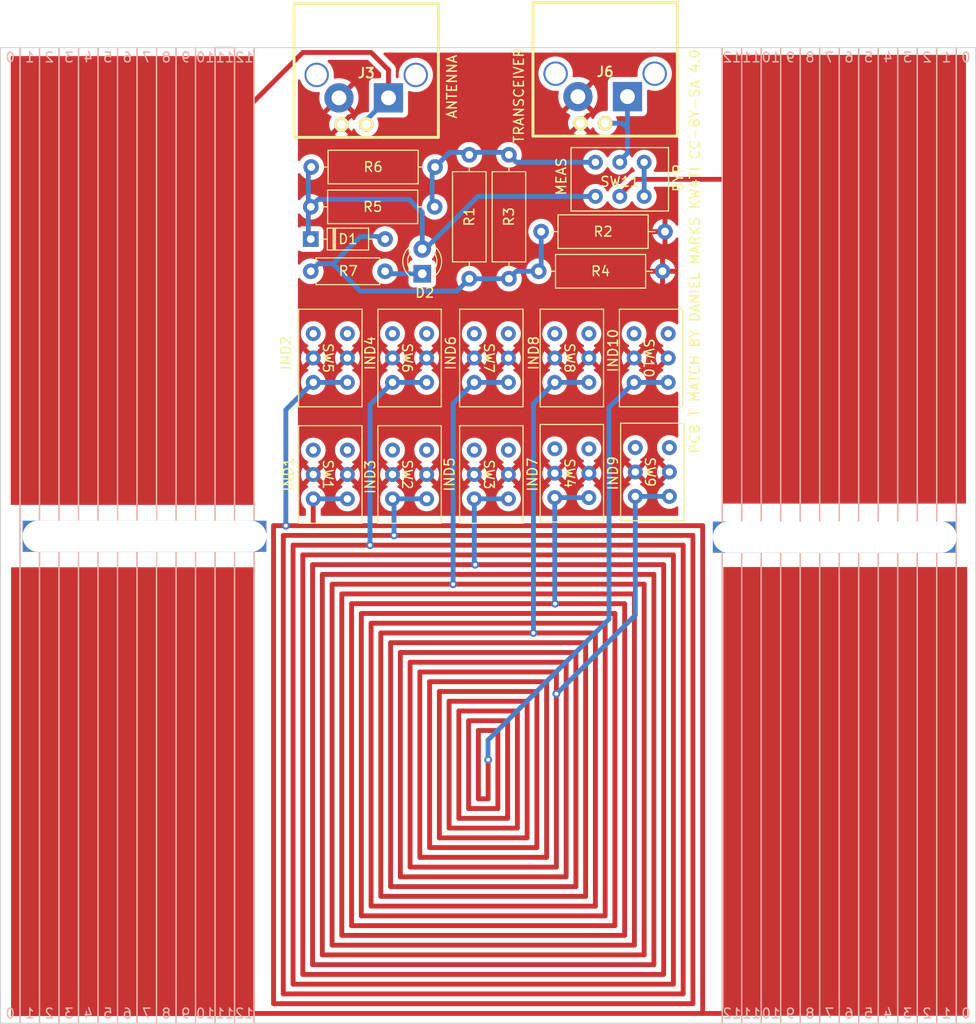
<source format=kicad_pcb>
(kicad_pcb (version 20211014) (generator pcbnew)
  (layers (0 "F.Cu" signal) (31 "B.Cu" signal) (34 "B.Paste" user) (35 "F.Paste" user) (36 "B.SilkS" user "B.Silkscreen") (37 "F.SilkS" user "F.Silkscreen") (38 "B.Mask" user) (39 "F.Mask" user) (44 "Edge.Cuts" user))
  (net 0 "")
  (net 1 "Net-(J3-Pad1)")
  (net 2 "GND")
  (net 3 "Net-(J5-Pad1)")
  (net 4 "Net-(J6-Pad1)")
  (net 5 "Net-(R1-Pad2)")
  (net 6 "Net-(D2-Pad1)")
  (net 7 "Net-(R1-Pad1)")
  (net 8 "Net-(D2-Pad2)")
  (net 9 "Net-(SW11-Pad3)")
  (net 10 "Net-(J1-Pad1)")
  (footprint "Resistor_THT:R_Axial_DIN0309_L9.0mm_D3.2mm_P12.70mm_Horizontal" (layer "F.Cu") (at 75.438 38.862)
    (fp_text reference "R2" (at 6.35 0) (layer "F.SilkS"))
    (fp_text value "100R")
    (fp_line (start 10.97 -1.72) (end 1.73 -1.72) (layer "F.SilkS") (width 0.12))
    (fp_line (start 10.97 1.72) (end 10.97 -1.72) (layer "F.SilkS") (width 0.12))
    (fp_line (start 1.73 -1.72) (end 1.73 1.72) (layer "F.SilkS") (width 0.12))
    (fp_line (start 1.73 1.72) (end 10.97 1.72) (layer "F.SilkS") (width 0.12))
    (fp_line (start 11.66 0) (end 10.97 0) (layer "F.SilkS") (width 0.12))
    (fp_line (start 1.04 0) (end 1.73 0) (layer "F.SilkS") (width 0.12))
    (pad "1" thru_hole circle (at 0 0) (size 1.6 1.6) (drill 0.8) (layers *.Cu *.Mask) (net 5 "Net-(R1-Pad2)"))
    (pad "2" thru_hole oval (at 12.7 0) (size 1.6 1.6) (drill 0.8) (layers *.Cu *.Mask) (net 2 "GND"))
  )
  (footprint "Resistor_THT:R_Axial_DIN0309_L9.0mm_D3.2mm_P12.70mm_Horizontal" (layer "F.Cu") (at 68.072 30.988 -90)
    (fp_text reference "R1" (at 6.35 0 90) (layer "F.SilkS"))
    (fp_text value "100R")
    (fp_line (start 1.73 1.72) (end 10.97 1.72) (layer "F.SilkS") (width 0.12))
    (fp_line (start 10.97 1.72) (end 10.97 -1.72) (layer "F.SilkS") (width 0.12))
    (fp_line (start 11.66 0) (end 10.97 0) (layer "F.SilkS") (width 0.12))
    (fp_line (start 1.04 0) (end 1.73 0) (layer "F.SilkS") (width 0.12))
    (fp_line (start 10.97 -1.72) (end 1.73 -1.72) (layer "F.SilkS") (width 0.12))
    (fp_line (start 1.73 -1.72) (end 1.73 1.72) (layer "F.SilkS") (width 0.12))
    (pad "1" thru_hole circle (at 0 0 270) (size 1.6 1.6) (drill 0.8) (layers *.Cu *.Mask) (net 7 "Net-(R1-Pad1)"))
    (pad "2" thru_hole oval (at 12.7 0 270) (size 1.6 1.6) (drill 0.8) (layers *.Cu *.Mask) (net 5 "Net-(R1-Pad2)"))
  )
  (footprint "Resistor_THT:R_Axial_DIN0309_L9.0mm_D3.2mm_P12.70mm_Horizontal" (layer "F.Cu") (at 51.86 32.24)
    (fp_text reference "R6" (at 6.35 0) (layer "F.SilkS"))
    (fp_text value "100R")
    (fp_line (start 1.04 0) (end 1.73 0) (layer "F.SilkS") (width 0.12))
    (fp_line (start 10.97 1.72) (end 10.97 -1.72) (layer "F.SilkS") (width 0.12))
    (fp_line (start 1.73 1.72) (end 10.97 1.72) (layer "F.SilkS") (width 0.12))
    (fp_line (start 11.66 0) (end 10.97 0) (layer "F.SilkS") (width 0.12))
    (fp_line (start 1.73 -1.72) (end 1.73 1.72) (layer "F.SilkS") (width 0.12))
    (fp_line (start 10.97 -1.72) (end 1.73 -1.72) (layer "F.SilkS") (width 0.12))
    (pad "1" thru_hole circle (at 0 0) (size 1.6 1.6) (drill 0.8) (layers *.Cu *.Mask) (net 8 "Net-(D2-Pad2)"))
    (pad "2" thru_hole oval (at 12.7 0) (size 1.6 1.6) (drill 0.8) (layers *.Cu *.Mask) (net 7 "Net-(R1-Pad1)"))
  )
  (footprint "TMatchPCB:CapPlate" (layer "F.Cu") (at 106.5 43.74)
    (fp_text reference "J5" hide)
    (fp_text value "CapPlate")
    (pad "1" smd rect (at 0 0) (size 25 46) (layers "F.Cu") (net 3 "Net-(J5-Pad1)"))
  )
  (footprint "TMatchPCB:SS22NB" (layer "F.Cu") (at 68.58 63.754 -90)
    (fp_text reference "SW3" (at 0 -1.5 -90 unlocked) (layer "F.SilkS"))
    (fp_text value "SPST23" hide)
    (fp_line (start 5 1.5) (end -5 1.5) (layer "F.SilkS") (width 0.12))
    (fp_line (start -5 -5) (end 5 -5) (layer "F.SilkS") (width 0.12))
    (fp_line (start -5 1.5) (end -5 -5) (layer "F.SilkS") (width 0.12))
    (fp_line (start 5 -5) (end 5 1.5) (layer "F.SilkS") (width 0.12))
    (pad "1" thru_hole circle (at -2.5 0 270) (size 1.524 1.524) (drill 0.762) (layers *.Cu *.Mask))
    (pad "1" thru_hole circle (at -2.5 -3.5 270) (size 1.524 1.524) (drill 0.762) (layers *.Cu *.Mask))
    (pad "2" thru_hole circle (at 0 -3.5 270) (size 1.524 1.524) (drill 0.762) (layers *.Cu *.Mask) (net 2 "GND"))
    (pad "2" thru_hole circle (at 0 0 270) (size 1.524 1.524) (drill 0.762) (layers *.Cu *.Mask) (net 2 "GND"))
    (pad "3" thru_hole circle (at 2.5 0 270) (size 1.524 1.524) (drill 0.762) (layers *.Cu *.Mask) (net 10 "Net-(J1-Pad1)"))
    (pad "3" thru_hole circle (at 2.5 -3.5 270) (size 1.524 1.524) (drill 0.762) (layers *.Cu *.Mask) (net 10 "Net-(J1-Pad1)"))
  )
  (footprint "TMatchPCB:bnc_90_1-1337543-0_pad_combo" (layer "F.Cu") (at 57.5 15.5 180)
    (fp_text reference "J3" (at 0 -7.112) (layer "F.SilkS") (effects (font (thickness 0.2))))
    (fp_text value "BNC" hide)
    (fp_line (start 7.4 0) (end 7.4 -13.7) (layer "F.SilkS") (width 0.3))
    (fp_line (start -7.4 0) (end 7.4 0) (layer "F.SilkS") (width 0.3))
    (fp_line (start -7.4 -13.7) (end -7.4 0) (layer "F.SilkS") (width 0.3))
    (fp_line (start -7.4 -13.7) (end 7.4 -13.7) (layer "F.SilkS") (width 0.3))
    (pad "" thru_hole circle (at 5.08 -7.3 180) (size 2.5 2.5) (drill 2.1) (layers *.Cu *.Mask))
    (pad "" thru_hole circle (at -5.08 -7.3 180) (size 2.5 2.5) (drill 2.1) (layers *.Cu *.Mask))
    (pad "1" thru_hole circle (at 0 -12.38 180) (size 1.5 1.5) (drill 0.9) (layers *.Cu *.Mask "F.SilkS") (net 1 "Net-(J3-Pad1)"))
    (pad "1" thru_hole rect (at -2.286 -9.652 180) (size 3 3) (drill 1.52) (layers *.Cu *.Mask) (net 1 "Net-(J3-Pad1)"))
    (pad "2" thru_hole circle (at 2.794 -9.652 180) (size 3 3) (drill 1.52) (layers *.Cu *.Mask) (net 2 "GND"))
    (pad "2" thru_hole circle (at 2.54 -12.38 180) (size 1.5 1.5) (drill 0.9) (layers *.Cu *.Mask "F.SilkS") (net 2 "GND"))
  )
  (footprint "TMatchPCB:SS22" (layer "F.Cu") (at 83.5 35.25)
    (fp_text reference "SW11" (at 0 -1.5 unlocked) (layer "F.SilkS"))
    (fp_text value "SW_DPDT_x2" hide)
    (fp_line (start -5 -5) (end 5 -5) (layer "F.SilkS") (width 0.12))
    (fp_line (start 5 -5) (end 5 1.5) (layer "F.SilkS") (width 0.12))
    (fp_line (start -5 1.5) (end -5 -5) (layer "F.SilkS") (width 0.12))
    (fp_line (start 5 1.5) (end -5 1.5) (layer "F.SilkS") (width 0.12))
    (pad "1" thru_hole circle (at -2.5 0) (size 1.524 1.524) (drill 0.762) (layers *.Cu *.Mask) (net 8 "Net-(D2-Pad2)"))
    (pad "2" thru_hole circle (at 0 0) (size 1.524 1.524) (drill 0.762) (layers *.Cu *.Mask) (net 3 "Net-(J5-Pad1)"))
    (pad "3" thru_hole circle (at 2.5 0) (size 1.524 1.524) (drill 0.762) (layers *.Cu *.Mask) (net 9 "Net-(SW11-Pad3)"))
    (pad "4" thru_hole circle (at -2.5 -3.5) (size 1.524 1.524) (drill 0.762) (layers *.Cu *.Mask) (net 7 "Net-(R1-Pad1)"))
    (pad "5" thru_hole circle (at 0 -3.5) (size 1.524 1.524) (drill 0.762) (layers *.Cu *.Mask) (net 4 "Net-(J6-Pad1)"))
    (pad "6" thru_hole circle (at 2.5 -3.5) (size 1.524 1.524) (drill 0.762) (layers *.Cu *.Mask) (net 9 "Net-(SW11-Pad3)"))
  )
  (footprint "TMatchPCB:SS22NB" (layer "F.Cu") (at 84.963 51.816 -90)
    (fp_text reference "SW10" (at 0 -1.5 -90 unlocked) (layer "F.SilkS"))
    (fp_text value "SPST23" hide)
    (fp_line (start 5 -5) (end 5 1.5) (layer "F.SilkS") (width 0.12))
    (fp_line (start 5 1.5) (end -5 1.5) (layer "F.SilkS") (width 0.12))
    (fp_line (start -5 -5) (end 5 -5) (layer "F.SilkS") (width 0.12))
    (fp_line (start -5 1.5) (end -5 -5) (layer "F.SilkS") (width 0.12))
    (pad "1" thru_hole circle (at -2.5 0 270) (size 1.524 1.524) (drill 0.762) (layers *.Cu *.Mask))
    (pad "1" thru_hole circle (at -2.5 -3.5 270) (size 1.524 1.524) (drill 0.762) (layers *.Cu *.Mask))
    (pad "2" thru_hole circle (at 0 0 270) (size 1.524 1.524) (drill 0.762) (layers *.Cu *.Mask) (net 2 "GND"))
    (pad "2" thru_hole circle (at 0 -3.5 270) (size 1.524 1.524) (drill 0.762) (layers *.Cu *.Mask) (net 2 "GND"))
    (pad "3" thru_hole circle (at 2.5 -3.5 270) (size 1.524 1.524) (drill 0.762) (layers *.Cu *.Mask) (net 10 "Net-(J1-Pad1)"))
    (pad "3" thru_hole circle (at 2.5 0 270) (size 1.524 1.524) (drill 0.762) (layers *.Cu *.Mask) (net 10 "Net-(J1-Pad1)"))
  )
  (footprint "TMatchPCB:SS22NB" (layer "F.Cu") (at 76.835 51.816 -90)
    (fp_text reference "SW8" (at 0 -1.5 -90 unlocked) (layer "F.SilkS"))
    (fp_text value "SPST23" hide)
    (fp_line (start -5 -5) (end 5 -5) (layer "F.SilkS") (width 0.12))
    (fp_line (start -5 1.5) (end -5 -5) (layer "F.SilkS") (width 0.12))
    (fp_line (start 5 1.5) (end -5 1.5) (layer "F.SilkS") (width 0.12))
    (fp_line (start 5 -5) (end 5 1.5) (layer "F.SilkS") (width 0.12))
    (pad "1" thru_hole circle (at -2.5 -3.5 270) (size 1.524 1.524) (drill 0.762) (layers *.Cu *.Mask))
    (pad "1" thru_hole circle (at -2.5 0 270) (size 1.524 1.524) (drill 0.762) (layers *.Cu *.Mask))
    (pad "2" thru_hole circle (at 0 -3.5 270) (size 1.524 1.524) (drill 0.762) (layers *.Cu *.Mask) (net 2 "GND"))
    (pad "2" thru_hole circle (at 0 0 270) (size 1.524 1.524) (drill 0.762) (layers *.Cu *.Mask) (net 2 "GND"))
    (pad "3" thru_hole circle (at 2.5 0 270) (size 1.524 1.524) (drill 0.762) (layers *.Cu *.Mask) (net 10 "Net-(J1-Pad1)"))
    (pad "3" thru_hole circle (at 2.5 -3.5 270) (size 1.524 1.524) (drill 0.762) (layers *.Cu *.Mask) (net 10 "Net-(J1-Pad1)"))
  )
  (footprint "TMatchPCB:SS22NB" (layer "F.Cu") (at 60.198 63.754 -90)
    (fp_text reference "SW2" (at 0 -1.5 -90 unlocked) (layer "F.SilkS"))
    (fp_text value "SPST23" hide)
    (fp_line (start 5 -5) (end 5 1.5) (layer "F.SilkS") (width 0.12))
    (fp_line (start 5 1.5) (end -5 1.5) (layer "F.SilkS") (width 0.12))
    (fp_line (start -5 1.5) (end -5 -5) (layer "F.SilkS") (width 0.12))
    (fp_line (start -5 -5) (end 5 -5) (layer "F.SilkS") (width 0.12))
    (pad "1" thru_hole circle (at -2.5 0 270) (size 1.524 1.524) (drill 0.762) (layers *.Cu *.Mask))
    (pad "1" thru_hole circle (at -2.5 -3.5 270) (size 1.524 1.524) (drill 0.762) (layers *.Cu *.Mask))
    (pad "2" thru_hole circle (at 0 0 270) (size 1.524 1.524) (drill 0.762) (layers *.Cu *.Mask) (net 2 "GND"))
    (pad "2" thru_hole circle (at 0 -3.5 270) (size 1.524 1.524) (drill 0.762) (layers *.Cu *.Mask) (net 2 "GND"))
    (pad "3" thru_hole circle (at 2.5 0 270) (size 1.524 1.524) (drill 0.762) (layers *.Cu *.Mask) (net 10 "Net-(J1-Pad1)"))
    (pad "3" thru_hole circle (at 2.5 -3.5 270) (size 1.524 1.524) (drill 0.762) (layers *.Cu *.Mask) (net 10 "Net-(J1-Pad1)"))
  )
  (footprint "LED_THT:LED_D3.0mm" (layer "F.Cu") (at 63.246 43.18 90)
    (fp_text reference "D2" (at -1.945 0.26) (layer "F.SilkS"))
    (fp_text value "LED")
    (fp_line (start -0.29 -1.236) (end -0.29 -1.08) (layer "F.SilkS") (width 0.12))
    (fp_line (start -0.29 1.08) (end -0.29 1.236) (layer "F.SilkS") (width 0.12))
    (fp_arc (start 2.942335 1.078608) (mid 1.366487 1.987659) (end -0.29 1.235516) (layer "F.SilkS") (width 0.12))
    (fp_arc (start -0.29 -1.235516) (mid 1.366487 -1.987659) (end 2.942335 -1.078608) (layer "F.SilkS") (width 0.12))
    (fp_arc (start 0.229039 -1.08) (mid 1.270117 -1.5) (end 2.31113 -1.079837) (layer "F.SilkS") (width 0.12))
    (fp_arc (start 2.31113 1.079837) (mid 1.270117 1.5) (end 0.229039 1.08) (layer "F.SilkS") (width 0.12))
    (pad "1" thru_hole rect (at 0 0 90) (size 1.8 1.8) (drill 0.9) (layers *.Cu *.Mask) (net 6 "Net-(D2-Pad1)"))
    (pad "2" thru_hole circle (at 2.54 0 90) (size 1.8 1.8) (drill 0.9) (layers *.Cu *.Mask) (net 8 "Net-(D2-Pad2)"))
  )
  (footprint "TMatchPCB:SS22NB" (layer "F.Cu") (at 68.58 51.816 -90)
    (fp_text reference "SW7" (at 0 -1.5 -90 unlocked) (layer "F.SilkS"))
    (fp_text value "SPST23" hide)
    (fp_line (start 5 -5) (end 5 1.5) (layer "F.SilkS") (width 0.12))
    (fp_line (start 5 1.5) (end -5 1.5) (layer "F.SilkS") (width 0.12))
    (fp_line (start -5 -5) (end 5 -5) (layer "F.SilkS") (width 0.12))
    (fp_line (start -5 1.5) (end -5 -5) (layer "F.SilkS") (width 0.12))
    (pad "1" thru_hole circle (at -2.5 -3.5 270) (size 1.524 1.524) (drill 0.762) (layers *.Cu *.Mask))
    (pad "1" thru_hole circle (at -2.5 0 270) (size 1.524 1.524) (drill 0.762) (layers *.Cu *.Mask))
    (pad "2" thru_hole circle (at 0 -3.5 270) (size 1.524 1.524) (drill 0.762) (layers *.Cu *.Mask) (net 2 "GND"))
    (pad "2" thru_hole circle (at 0 0 270) (size 1.524 1.524) (drill 0.762) (layers *.Cu *.Mask) (net 2 "GND"))
    (pad "3" thru_hole circle (at 2.5 0 270) (size 1.524 1.524) (drill 0.762) (layers *.Cu *.Mask) (net 10 "Net-(J1-Pad1)"))
    (pad "3" thru_hole circle (at 2.5 -3.5 270) (size 1.524 1.524) (drill 0.762) (layers *.Cu *.Mask) (net 10 "Net-(J1-Pad1)"))
  )
  (footprint "TMatchPCB:SS22NB" (layer "F.Cu") (at 52.07 51.816 -90)
    (fp_text reference "SW5" (at 0 -1.5 -90 unlocked) (layer "F.SilkS"))
    (fp_text value "SPST23" hide)
    (fp_line (start -5 -5) (end 5 -5) (layer "F.SilkS") (width 0.12))
    (fp_line (start 5 -5) (end 5 1.5) (layer "F.SilkS") (width 0.12))
    (fp_line (start 5 1.5) (end -5 1.5) (layer "F.SilkS") (width 0.12))
    (fp_line (start -5 1.5) (end -5 -5) (layer "F.SilkS") (width 0.12))
    (pad "1" thru_hole circle (at -2.5 -3.5 270) (size 1.524 1.524) (drill 0.762) (layers *.Cu *.Mask))
    (pad "1" thru_hole circle (at -2.5 0 270) (size 1.524 1.524) (drill 0.762) (layers *.Cu *.Mask))
    (pad "2" thru_hole circle (at 0 -3.5 270) (size 1.524 1.524) (drill 0.762) (layers *.Cu *.Mask) (net 2 "GND"))
    (pad "2" thru_hole circle (at 0 0 270) (size 1.524 1.524) (drill 0.762) (layers *.Cu *.Mask) (net 2 "GND"))
    (pad "3" thru_hole circle (at 2.5 0 270) (size 1.524 1.524) (drill 0.762) (layers *.Cu *.Mask) (net 10 "Net-(J1-Pad1)"))
    (pad "3" thru_hole circle (at 2.5 -3.5 270) (size 1.524 1.524) (drill 0.762) (layers *.Cu *.Mask) (net 10 "Net-(J1-Pad1)"))
  )
  (footprint "TMatchPCB:CapPlate" (layer "F.Cu") (at 106.62 96.24)
    (fp_text reference "J2" hide)
    (fp_text value "CapPlate")
    (pad "1" smd rect (at 0 0) (size 25 46) (layers "F.Cu") (net 10 "Net-(J1-Pad1)"))
  )
  (footprint "Resistor_THT:R_Axial_DIN0309_L9.0mm_D3.2mm_P12.70mm_Horizontal" (layer "F.Cu") (at 51.816 36.322)
    (fp_text reference "R5" (at 6.35 0) (layer "F.SilkS"))
    (fp_text value "100R")
    (fp_line (start 11.66 0) (end 10.97 0) (layer "F.SilkS") (width 0.12))
    (fp_line (start 1.73 -1.72) (end 1.73 1.72) (layer "F.SilkS") (width 0.12))
    (fp_line (start 1.04 0) (end 1.73 0) (layer "F.SilkS") (width 0.12))
    (fp_line (start 1.73 1.72) (end 10.97 1.72) (layer "F.SilkS") (width 0.12))
    (fp_line (start 10.97 -1.72) (end 1.73 -1.72) (layer "F.SilkS") (width 0.12))
    (fp_line (start 10.97 1.72) (end 10.97 -1.72) (layer "F.SilkS") (width 0.12))
    (pad "1" thru_hole circle (at 0 0) (size 1.6 1.6) (drill 0.8) (layers *.Cu *.Mask) (net 8 "Net-(D2-Pad2)"))
    (pad "2" thru_hole oval (at 12.7 0) (size 1.6 1.6) (drill 0.8) (layers *.Cu *.Mask) (net 7 "Net-(R1-Pad1)"))
  )
  (footprint "Resistor_THT:R_Axial_DIN0309_L9.0mm_D3.2mm_P12.70mm_Horizontal" (layer "F.Cu") (at 75.184 42.926)
    (fp_text reference "R4" (at 6.35 0) (layer "F.SilkS"))
    (fp_text value "100R")
    (fp_line (start 1.73 1.72) (end 10.97 1.72) (layer "F.SilkS") (width 0.12))
    (fp_line (start 10.97 -1.72) (end 1.73 -1.72) (layer "F.SilkS") (width 0.12))
    (fp_line (start 1.04 0) (end 1.73 0) (layer "F.SilkS") (width 0.12))
    (fp_line (start 10.97 1.72) (end 10.97 -1.72) (layer "F.SilkS") (width 0.12))
    (fp_line (start 11.66 0) (end 10.97 0) (layer "F.SilkS") (width 0.12))
    (fp_line (start 1.73 -1.72) (end 1.73 1.72) (layer "F.SilkS") (width 0.12))
    (pad "1" thru_hole circle (at 0 0) (size 1.6 1.6) (drill 0.8) (layers *.Cu *.Mask) (net 5 "Net-(R1-Pad2)"))
    (pad "2" thru_hole oval (at 12.7 0) (size 1.6 1.6) (drill 0.8) (layers *.Cu *.Mask) (net 2 "GND"))
  )
  (footprint "TMatchPCB:bnc_90_1-1337543-0_pad_combo" (layer "F.Cu") (at 82 15.37 180)
    (fp_text reference "J6" (at 0 -7.112) (layer "F.SilkS") (effects (font (thickness 0.2))))
    (fp_text value "BNC" hide)
    (fp_line (start -7.4 0) (end 7.4 0) (layer "F.SilkS") (width 0.3))
    (fp_line (start 7.4 0) (end 7.4 -13.7) (layer "F.SilkS") (width 0.3))
    (fp_line (start -7.4 -13.7) (end 7.4 -13.7) (layer "F.SilkS") (width 0.3))
    (fp_line (start -7.4 -13.7) (end -7.4 0) (layer "F.SilkS") (width 0.3))
    (pad "" thru_hole circle (at -5.08 -7.3 180) (size 2.5 2.5) (drill 2.1) (layers *.Cu *.Mask))
    (pad "" thru_hole circle (at 5.08 -7.3 180) (size 2.5 2.5) (drill 2.1) (layers *.Cu *.Mask))
    (pad "1" thru_hole rect (at -2.286 -9.652 180) (size 3 3) (drill 1.52) (layers *.Cu *.Mask) (net 4 "Net-(J6-Pad1)"))
    (pad "1" thru_hole circle (at 0 -12.38 180) (size 1.5 1.5) (drill 0.9) (layers *.Cu *.Mask "F.SilkS") (net 4 "Net-(J6-Pad1)"))
    (pad "2" thru_hole circle (at 2.794 -9.652 180) (size 3 3) (drill 1.52) (layers *.Cu *.Mask) (net 2 "GND"))
    (pad "2" thru_hole circle (at 2.54 -12.38 180) (size 1.5 1.5) (drill 0.9) (layers *.Cu *.Mask "F.SilkS") (net 2 "GND"))
  )
  (footprint "TMatchPCB:SlideSlot" (layer "F.Cu") (at 34.77 69.59)
    (fp_text reference "H1" hide)
    (fp_text value "MountingHole")
    (pad "" np_thru_hole rect (at 0 0.5) (size 25 3.2) (drill oval 25 3.2) (layers "B.Cu"))
  )
  (footprint "TMatchPCB:SlideSlot" (layer "F.Cu") (at 105.54 69.68)
    (fp_text reference "H2" hide)
    (fp_text value "MountingHole")
    (pad "" np_thru_hole rect (at 0 0.5) (size 25 3.2) (drill oval 25 3.2) (layers "B.Cu"))
  )
  (footprint "TMatchPCB:CapPlate" (layer "F.Cu") (at 33.55 43.87)
    (fp_text reference "J4" hide)
    (fp_text value "CapPlate")
    (pad "1" smd rect (at 0 0) (size 25 46) (layers "F.Cu") (net 1 "Net-(J3-Pad1)"))
  )
  (footprint "TMatchPCB:SS22NB" (layer "F.Cu") (at 60.198 51.816 -90)
    (fp_text reference "SW6" (at 0 -1.5 -90 unlocked) (layer "F.SilkS"))
    (fp_text value "SPST23" hide)
    (fp_line (start -5 -5) (end 5 -5) (layer "F.SilkS") (width 0.12))
    (fp_line (start -5 1.5) (end -5 -5) (layer "F.SilkS") (width 0.12))
    (fp_line (start 5 1.5) (end -5 1.5) (layer "F.SilkS") (width 0.12))
    (fp_line (start 5 -5) (end 5 1.5) (layer "F.SilkS") (width 0.12))
    (pad "1" thru_hole circle (at -2.5 -3.5 270) (size 1.524 1.524) (drill 0.762) (layers *.Cu *.Mask))
    (pad "1" thru_hole circle (at -2.5 0 270) (size 1.524 1.524) (drill 0.762) (layers *.Cu *.Mask))
    (pad "2" thru_hole circle (at 0 -3.5 270) (size 1.524 1.524) (drill 0.762) (layers *.Cu *.Mask) (net 2 "GND"))
    (pad "2" thru_hole circle (at 0 0 270) (size 1.524 1.524) (drill 0.762) (layers *.Cu *.Mask) (net 2 "GND"))
    (pad "3" thru_hole circle (at 2.5 0 270) (size 1.524 1.524) (drill 0.762) (layers *.Cu *.Mask) (net 10 "Net-(J1-Pad1)"))
    (pad "3" thru_hole circle (at 2.5 -3.5 270) (size 1.524 1.524) (drill 0.762) (layers *.Cu *.Mask) (net 10 "Net-(J1-Pad1)"))
  )
  (footprint "Resistor_THT:R_Axial_DIN0309_L9.0mm_D3.2mm_P12.70mm_Horizontal" (layer "F.Cu") (at 72.136 30.988 -90)
    (fp_text reference "R3" (at 6.35 0 90) (layer "F.SilkS"))
    (fp_text value "100R")
    (fp_line (start 1.73 1.72) (end 10.97 1.72) (layer "F.SilkS") (width 0.12))
    (fp_line (start 1.04 0) (end 1.73 0) (layer "F.SilkS") (width 0.12))
    (fp_line (start 10.97 1.72) (end 10.97 -1.72) (layer "F.SilkS") (width 0.12))
    (fp_line (start 1.73 -1.72) (end 1.73 1.72) (layer "F.SilkS") (width 0.12))
    (fp_line (start 11.66 0) (end 10.97 0) (layer "F.SilkS") (width 0.12))
    (fp_line (start 10.97 -1.72) (end 1.73 -1.72) (layer "F.SilkS") (width 0.12))
    (pad "1" thru_hole circle (at 0 0 270) (size 1.6 1.6) (drill 0.8) (layers *.Cu *.Mask) (net 7 "Net-(R1-Pad1)"))
    (pad "2" thru_hole oval (at 12.7 0 270) (size 1.6 1.6) (drill 0.8) (layers *.Cu *.Mask) (net 5 "Net-(R1-Pad2)"))
  )
  (footprint "TMatchPCB:CapPlate" (layer "F.Cu") (at 33.58 96.27)
    (fp_text reference "J1" hide)
    (fp_text value "CapPlate")
    (pad "1" smd rect (at 0 0) (size 25 46) (layers "F.Cu") (net 10 "Net-(J1-Pad1)"))
  )
  (footprint "Resistor_THT:R_Axial_DIN0207_L6.3mm_D2.5mm_P7.62mm_Horizontal" (layer "F.Cu") (at 51.816 42.926)
    (fp_text reference "R7" (at 3.84 -0.03) (layer "F.SilkS"))
    (fp_text value "470R")
    (fp_line (start 7.08 1.37) (end 7.08 1.04) (layer "F.SilkS") (width 0.12))
    (fp_line (start 0.54 1.04) (end 0.54 1.37) (layer "F.SilkS") (width 0.12))
    (fp_line (start 0.54 -1.04) (end 0.54 -1.37) (layer "F.SilkS") (width 0.12))
    (fp_line (start 0.54 1.37) (end 7.08 1.37) (layer "F.SilkS") (width 0.12))
    (fp_line (start 0.54 -1.37) (end 7.08 -1.37) (layer "F.SilkS") (width 0.12))
    (fp_line (start 7.08 -1.37) (end 7.08 -1.04) (layer "F.SilkS") (width 0.12))
    (pad "1" thru_hole circle (at 0 0) (size 1.6 1.6) (drill 0.8) (layers *.Cu *.Mask) (net 5 "Net-(R1-Pad2)"))
    (pad "2" thru_hole oval (at 7.62 0) (size 1.6 1.6) (drill 0.8) (layers *.Cu *.Mask) (net 6 "Net-(D2-Pad1)"))
  )
  (footprint "Diode_THT:D_DO-35_SOD27_P7.62mm_Horizontal" (layer "F.Cu") (at 51.816 39.624)
    (fp_text reference "D1" (at 3.81 0) (layer "F.SilkS"))
    (fp_text value "1N4148")
    (fp_line (start 2.41 -1.12) (end 2.41 1.12) (layer "F.SilkS") (width 0.12))
    (fp_line (start 5.93 1.12) (end 5.93 -1.12) (layer "F.SilkS") (width 0.12))
    (fp_line (start 1.69 -1.12) (end 1.69 1.12) (layer "F.SilkS") (width 0.12))
    (fp_line (start 1.69 1.12) (end 5.93 1.12) (layer "F.SilkS") (width 0.12))
    (fp_line (start 1.04 0) (end 1.69 0) (layer "F.SilkS") (width 0.12))
    (fp_line (start 2.53 -1.12) (end 2.53 1.12) (layer "F.SilkS") (width 0.12))
    (fp_line (start 5.93 -1.12) (end 1.69 -1.12) (layer "F.SilkS") (width 0.12))
    (fp_line (start 6.58 0) (end 5.93 0) (layer "F.SilkS") (width 0.12))
    (fp_line (start 2.29 -1.12) (end 2.29 1.12) (layer "F.SilkS") (width 0.12))
    (pad "1" thru_hole rect (at 0 0) (size 1.6 1.6) (drill 0.8) (layers *.Cu *.Mask) (net 8 "Net-(D2-Pad2)"))
    (pad "2" thru_hole oval (at 7.62 0) (size 1.6 1.6) (drill 0.8) (layers *.Cu *.Mask) (net 5 "Net-(R1-Pad2)"))
  )
  (footprint "TMatchPCB:SS22NB" (layer "F.Cu") (at 52.07 63.754 -90)
    (fp_text reference "SW1" (at 0 -1.5 -90 unlocked) (layer "F.SilkS"))
    (fp_text value "SPST23" hide)
    (fp_line (start -5 -5) (end 5 -5) (layer "F.SilkS") (width 0.12))
    (fp_line (start 5 1.5) (end -5 1.5) (layer "F.SilkS") (width 0.12))
    (fp_line (start 5 -5) (end 5 1.5) (layer "F.SilkS") (width 0.12))
    (fp_line (start -5 1.5) (end -5 -5) (layer "F.SilkS") (width 0.12))
    (pad "1" thru_hole circle (at -2.5 -3.5 270) (size 1.524 1.524) (drill 0.762) (layers *.Cu *.Mask))
    (pad "1" thru_hole circle (at -2.5 0 270) (size 1.524 1.524) (drill 0.762) (layers *.Cu *.Mask))
    (pad "2" thru_hole circle (at 0 -3.5 270) (size 1.524 1.524) (drill 0.762) (layers *.Cu *.Mask) (net 2 "GND"))
    (pad "2" thru_hole circle (at 0 0 270) (size 1.524 1.524) (drill 0.762) (layers *.Cu *.Mask) (net 2 "GND"))
    (pad "3" thru_hole circle (at 2.5 -3.5 270) (size 1.524 1.524) (drill 0.762) (layers *.Cu *.Mask) (net 10 "Net-(J1-Pad1)"))
    (pad "3" thru_hole circle (at 2.5 0 270) (size 1.524 1.524) (drill 0.762) (layers *.Cu *.Mask) (net 10 "Net-(J1-Pad1)"))
  )
  (footprint "TMatchPCB:SS22NB" (layer "F.Cu") (at 76.835 63.627 -90)
    (fp_text reference "SW4" (at 0 -1.5 -90 unlocked) (layer "F.SilkS"))
    (fp_text value "SPST23" hide)
    (fp_line (start -5 1.5) (end -5 -5) (layer "F.SilkS") (width 0.12))
    (fp_line (start -5 -5) (end 5 -5) (layer "F.SilkS") (width 0.12))
    (fp_line (start 5 -5) (end 5 1.5) (layer "F.SilkS") (width 0.12))
    (fp_line (start 5 1.5) (end -5 1.5) (layer "F.SilkS") (width 0.12))
    (pad "1" thru_hole circle (at -2.5 -3.5 270) (size 1.524 1.524) (drill 0.762) (layers *.Cu *.Mask))
    (pad "1" thru_hole circle (at -2.5 0 270) (size 1.524 1.524) (drill 0.762) (layers *.Cu *.Mask))
    (pad "2" thru_hole circle (at 0 0 270) (size 1.524 1.524) (drill 0.762) (layers *.Cu *.Mask) (net 2 "GND"))
    (pad "2" thru_hole circle (at 0 -3.5 270) (size 1.524 1.524) (drill 0.762) (layers *.Cu *.Mask) (net 2 "GND"))
    (pad "3" thru_hole circle (at 2.5 0 270) (size 1.524 1.524) (drill 0.762) (layers *.Cu *.Mask) (net 10 "Net-(J1-Pad1)"))
    (pad "3" thru_hole circle (at 2.5 -3.5 270) (size 1.524 1.524) (drill 0.762) (layers *.Cu *.Mask) (net 10 "Net-(J1-Pad1)"))
  )
  (footprint "TMatchPCB:SS22NB" (layer "F.Cu") (at 85.09 63.5 -90)
    (fp_text reference "SW9" (at 0 -1.5 -90 unlocked) (layer "F.SilkS"))
    (fp_text value "SPST23" hide)
    (fp_line (start -5 -5) (end 5 -5) (layer "F.SilkS") (width 0.12))
    (fp_line (start -5 1.5) (end -5 -5) (layer "F.SilkS") (width 0.12))
    (fp_line (start 5 -5) (end 5 1.5) (layer "F.SilkS") (width 0.12))
    (fp_line (start 5 1.5) (end -5 1.5) (layer "F.SilkS") (width 0.12))
    (pad "1" thru_hole circle (at -2.5 -3.5 270) (size 1.524 1.524) (drill 0.762) (layers *.Cu *.Mask))
    (pad "1" thru_hole circle (at -2.5 0 270) (size 1.524 1.524) (drill 0.762) (layers *.Cu *.Mask))
    (pad "2" thru_hole circle (at 0 -3.5 270) (size 1.524 1.524) (drill 0.762) (layers *.Cu *.Mask) (net 2 "GND"))
    (pad "2" thru_hole circle (at 0 0 270) (size 1.524 1.524) (drill 0.762) (layers *.Cu *.Mask) (net 2 "GND"))
    (pad "3" thru_hole circle (at 2.5 0 270) (size 1.524 1.524) (drill 0.762) (layers *.Cu *.Mask) (net 10 "Net-(J1-Pad1)"))
    (pad "3" thru_hole circle (at 2.5 -3.5 270) (size 1.524 1.524) (drill 0.762) (layers *.Cu *.Mask) (net 10 "Net-(J1-Pad1)"))
  )
  (gr_line (start 112 20) (end 112 120) (layer "B.SilkS") (width 0.15))
  (gr_line (start 116 20) (end 116 120) (layer "B.SilkS") (width 0.15))
  (gr_line (start 100 20) (end 100 120) (layer "B.SilkS") (width 0.15))
  (gr_line (start 106 120) (end 106 20) (layer "B.SilkS") (width 0.15))
  (gr_line (start 98 120) (end 98 20) (layer "B.SilkS") (width 0.15))
  (gr_line (start 114 120) (end 114 20) (layer "B.SilkS") (width 0.15))
  (gr_line (start 96 20) (end 96 120) (layer "B.SilkS") (width 0.15))
  (gr_line (start 42 20) (end 44 20) (layer "B.SilkS") (width 0.15))
  (gr_line (start 46 120) (end 46 20) (layer "B.SilkS") (width 0.15))
  (gr_line (start 24 20) (end 24 120) (layer "B.SilkS") (width 0.15))
  (gr_line (start 108 20) (end 108 120) (layer "B.SilkS") (width 0.15))
  (gr_line (start 42 120) (end 42 20) (layer "B.SilkS") (width 0.15))
  (gr_line (start 44 20) (end 44 120) (layer "B.SilkS") (width 0.15))
  (gr_line (start 28 20) (end 28 120) (layer "B.SilkS") (width 0.15))
  (gr_line (start 102 120) (end 102 20) (layer "B.SilkS") (width 0.15))
  (gr_line (start 118 120) (end 118 20) (layer "B.SilkS") (width 0.15))
  (gr_line (start 32 20) (end 32 120) (layer "B.SilkS") (width 0.15))
  (gr_line (start 40 20) (end 40 120) (layer "B.SilkS") (width 0.15))
  (gr_line (start 34 120) (end 34 20) (layer "B.SilkS") (width 0.15))
  (gr_line (start 36 20) (end 36 120) (layer "B.SilkS") (width 0.15))
  (gr_line (start 110 120) (end 110 20) (layer "B.SilkS") (width 0.15))
  (gr_line (start 38 120) (end 38 20) (layer "B.SilkS") (width 0.15))
  (gr_line (start 104 20) (end 104 120) (layer "B.SilkS") (width 0.15))
  (gr_line (start 94 120) (end 94 20) (layer "B.SilkS") (width 0.15))
  (gr_line (start 26 120) (end 26 20) (layer "B.SilkS") (width 0.15))
  (gr_line (start 22 120) (end 22 20) (layer "B.SilkS") (width 0.15))
  (gr_line (start 30 120) (end 30 20) (layer "B.SilkS") (width 0.15))
  (gr_line (start 20 20) (end 120 20) (layer "Edge.Cuts") (width 0.1))
  (gr_line (start 120 20) (end 120 120) (layer "Edge.Cuts") (width 0.1))
  (gr_line (start 120 120) (end 20 120) (layer "Edge.Cuts") (width 0.1))
  (gr_line (start 20 120) (end 20 20) (layer "Edge.Cuts") (width 0.1))
  (gr_text "6" (at 107 21) (layer "B.SilkS") (effects (font (size 1 1)) (justify mirror)))
  (gr_text "0" (at 119 21) (layer "B.SilkS") (effects (font (size 1 1)) (justify mirror)))
  (gr_text "9" (at 39 21) (layer "B.SilkS") (effects (font (size 1 1)) (justify mirror)))
  (gr_text "9" (at 101 119) (layer "B.SilkS") (effects (font (size 1 1)) (justify mirror)))
  (gr_text "0" (at 21 21) (layer "B.SilkS") (effects (font (size 1 1)) (justify mirror)))
  (gr_text "3" (at 113 21) (layer "B.SilkS") (effects (font (size 1 1)) (justify mirror)))
  (gr_text "0" (at 119 119) (layer "B.SilkS") (effects (font (size 1 1)) (justify mirror)))
  (gr_text "2" (at 115 119) (layer "B.SilkS") (effects (font (size 1 1)) (justify mirror)))
  (gr_text "5" (at 31 119) (layer "B.SilkS") (effects (font (size 1 1)) (justify mirror)))
  (gr_text "2" (at 25 21) (layer "B.SilkS") (effects (font (size 1 1)) (justify mirror)))
  (gr_text "12" (at 45 21) (layer "B.SilkS") (effects (font (size 1 1)) (justify mirror)))
  (gr_text "10" (at 41 21) (layer "B.SilkS") (effects (font (size 1 1)) (justify mirror)))
  (gr_text "10" (at 99 119) (layer "B.SilkS") (effects (font (size 1 1)) (justify mirror)))
  (gr_text "3" (at 113 119) (layer "B.SilkS") (effects (font (size 1 1)) (justify mirror)))
  (gr_text "6" (at 107 119) (layer "B.SilkS") (effects (font (size 1 1)) (justify mirror)))
  (gr_text "1" (at 117 119) (layer "B.SilkS") (effects (font (size 1 1)) (justify mirror)))
  (gr_text "12" (at 95 119) (layer "B.SilkS") (effects (font (size 1 1)) (justify mirror)))
  (gr_text "4" (at 29 21) (layer "B.SilkS") (effects (font (size 1 1)) (justify mirror)))
  (gr_text "8" (at 37 119) (layer "B.SilkS") (effects (font (size 1 1)) (justify mirror)))
  (gr_text "11" (at 97 21) (layer "B.SilkS") (effects (font (size 1 1)) (justify mirror)))
  (gr_text "11" (at 97 119) (layer "B.SilkS") (effects (font (size 1 1)) (justify mirror)))
  (gr_text "9" (at 39 119) (layer "B.SilkS") (effects (font (size 1 1)) (justify mirror)))
  (gr_text "5" (at 31 21) (layer "B.SilkS") (effects (font (size 1 1)) (justify mirror)))
  (gr_text "10" (at 99 21) (layer "B.SilkS") (effects (font (size 1 1)) (justify mirror)))
  (gr_text "7" (at 105 119) (layer "B.SilkS") (effects (font (size 1 1)) (justify mirror)))
  (gr_text "11" (at 43 119) (layer "B.SilkS") (effects (font (size 1 1)) (justify mirror)))
  (gr_text "3" (at 27 119) (layer "B.SilkS") (effects (font (size 1 1)) (justify mirror)))
  (gr_text "4" (at 111 21) (layer "B.SilkS") (effects (font (size 1 1)) (justify mirror)))
  (gr_text "1" (at 23 119) (layer "B.SilkS") (effects (font (size 1 1)) (justify mirror)))
  (gr_text "5" (at 109 119) (layer "B.SilkS") (effects (font (size 1 1)) (justify mirror)))
  (gr_text "12" (at 95 21) (layer "B.SilkS") (effects (font (size 1 1)) (justify mirror)))
  (gr_text "6" (at 33 119) (layer "B.SilkS") (effects (font (size 1 1)) (justify mirror)))
  (gr_text "1" (at 23 21) (layer "B.SilkS") (effects (font (size 1 1)) (justify mirror)))
  (gr_text "11" (at 43 21) (layer "B.SilkS") (effects (font (size 1 1)) (justify mirror)))
  (gr_text "4" (at 29 119) (layer "B.SilkS") (effects (font (size 1 1)) (justify mirror)))
  (gr_text "9" (at 101 21) (layer "B.SilkS") (effects (font (size 1 1)) (justify mirror)))
  (gr_text "2" (at 115 21) (layer "B.SilkS") (effects (font (size 1 1)) (justify mirror)))
  (gr_text "8" (at 103 21) (layer "B.SilkS") (effects (font (size 1 1)) (justify mirror)))
  (gr_text "5" (at 109 21) (layer "B.SilkS") (effects (font (size 1 1)) (justify mirror)))
  (gr_text "7" (at 35 21) (layer "B.SilkS") (effects (font (size 1 1)) (justify mirror)))
  (gr_text "1" (at 117 21) (layer "B.SilkS") (effects (font (size 1 1)) (justify mirror)))
  (gr_text "4" (at 111 119) (layer "B.SilkS") (effects (font (size 1 1)) (justify mirror)))
  (gr_text "3" (at 27 21) (layer "B.SilkS") (effects (font (size 1 1)) (justify mirror)))
  (gr_text "8" (at 37 21) (layer "B.SilkS") (effects (font (size 1 1)) (justify mirror)))
  (gr_text "2" (at 25 119) (layer "B.SilkS") (effects (font (size 1 1)) (justify mirror)))
  (gr_text "0" (at 21 119) (layer "B.SilkS") (effects (font (size 1 1)) (justify mirror)))
  (gr_text "12" (at 45 119) (layer "B.SilkS") (effects (font (size 1 1)) (justify mirror)))
  (gr_text "6" (at 33 21) (layer "B.SilkS") (effects (font (size 1 1)) (justify mirror)))
  (gr_text "8" (at 103 119) (layer "B.SilkS") (effects (font (size 1 1)) (justify mirror)))
  (gr_text "10" (at 41 119) (layer "B.SilkS") (effects (font (size 1 1)) (justify mirror)))
  (gr_text "7" (at 35 119) (layer "B.SilkS") (effects (font (size 1 1)) (justify mirror)))
  (gr_text "7" (at 105 21) (layer "B.SilkS") (effects (font (size 1 1)) (justify mirror)))
  (gr_text "ANTENNA" (at 66.294 24 90) (layer "F.SilkS") (effects (font (size 1 1))))
  (gr_text "BYP" (at 89.5 33.36 90) (layer "F.SilkS") (effects (font (size 1 1))))
  (gr_text "PCB T MATCH BY DANIEL MARKS KW4TI CC-BY-SA 4.0\n" (at 91.186 40.894 90) (layer "F.SilkS") (effects (font (size 1 1))))
  (gr_text "IND2" (at 49.276 51.308 90) (layer "F.SilkS") (effects (font (size 1 1))))
  (gr_text "IND5" (at 66.04 63.754 90) (layer "F.SilkS") (effects (font (size 1 1))))
  (gr_text "IND9\n" (at 82.804 63.627 90) (layer "F.SilkS") (effects (font (size 1 1))))
  (gr_text "IND3" (at 57.912 64.008 90) (layer "F.SilkS") (effects (font (size 1 1))))
  (gr_text "IND4" (at 57.912 51.308 90) (layer "F.SilkS") (effects (font (size 1 1))))
  (gr_text "IND8\n" (at 74.676 51.308 90) (layer "F.SilkS") (effects (font (size 1 1))))
  (gr_text "IND6" (at 66.167 51.308 90) (layer "F.SilkS") (effects (font (size 1 1))))
  (gr_text "IND1" (at 49.53 63.754 90) (layer "F.SilkS") (effects (font (size 1 1))))
  (gr_text "IND10\n" (at 82.804 51.054 90) (layer "F.SilkS") (effects (font (size 1 1))))
  (gr_text "IND7\n" (at 74.549 63.754 90) (layer "F.SilkS") (effects (font (size 1 1))))
  (gr_text "MEAS" (at 77.5 33.22 90) (layer "F.SilkS") (effects (font (size 1 1))))
  (gr_text "TRANSCEIVER" (at 73.152 24.892 90) (layer "F.SilkS") (effects (font (size 1 1))))
  (segment (start 33.55 37.95) (end 33.55 43.87) (width 0.5) (layer "F.Cu") (net 1))
  (segment (start 59.786 25.152) (end 59.786 22.286) (width 0.5) (layer "F.Cu") (net 1))
  (segment (start 51 20.5) (end 33.55 37.95) (width 0.5) (layer "F.Cu") (net 1))
  (segment (start 58 20.5) (end 51 20.5) (width 0.5) (layer "F.Cu") (net 1))
  (segment (start 59.786 22.286) (end 58 20.5) (width 0.5) (layer "F.Cu") (net 1))
  (segment (start 57.5 27.88) (end 57.5 27.438) (width 0.5) (layer "B.Cu") (net 1))
  (segment (start 57.5 27.438) (end 59.786 25.152) (width 0.5) (layer "B.Cu") (net 1))
  (segment (start 85.11 33.5) (end 96.26 33.5) (width 0.5) (layer "F.Cu") (net 3))
  (segment (start 96.1 33.34) (end 106.5 43.74) (width 0.5) (layer "F.Cu") (net 3))
  (segment (start 96 33.24) (end 106.5 43.74) (width 0.5) (layer "F.Cu") (net 3))
  (segment (start 83.5 35.11) (end 85.11 33.5) (width 0.5) (layer "F.Cu") (net 3))
  (segment (start 96.26 33.5) (end 106.5 43.74) (width 0.5) (layer "F.Cu") (net 3))
  (segment (start 82 27.75) (end 83.75 27.75) (width 0.5) (layer "B.Cu") (net 4))
  (segment (start 83.75 27.75) (end 84.286 28.286) (width 0.5) (layer "B.Cu") (net 4))
  (segment (start 84.286 30.824) (end 83.5 31.61) (width 0.5) (layer "B.Cu") (net 4))
  (segment (start 84.286 28.286) (end 84.286 30.824) (width 0.5) (layer "B.Cu") (net 4))
  (segment (start 84.286 25.022) (end 84.286 28.286) (width 0.5) (layer "B.Cu") (net 4))
  (segment (start 56.896 39.37) (end 54.102 42.164) (width 0.5) (layer "B.Cu") (net 5))
  (segment (start 66.802 44.958) (end 68.072 43.688) (width 0.5) (layer "B.Cu") (net 5))
  (segment (start 72.898 42.926) (end 72.136 43.688) (width 0.5) (layer "B.Cu") (net 5))
  (segment (start 75.438 42.672) (end 75.184 42.926) (width 0.5) (layer "B.Cu") (net 5))
  (segment (start 75.184 42.926) (end 72.898 42.926) (width 0.5) (layer "B.Cu") (net 5))
  (segment (start 68.072 43.688) (end 72.136 43.688) (width 0.5) (layer "B.Cu") (net 5))
  (segment (start 75.438 38.862) (end 75.438 42.672) (width 0.5) (layer "B.Cu") (net 5))
  (segment (start 52.578 42.164) (end 51.816 42.926) (width 0.5) (layer "B.Cu") (net 5))
  (segment (start 59.436 39.624) (end 59.182 39.37) (width 0.5) (layer "B.Cu") (net 5))
  (segment (start 54.102 42.164) (end 52.578 42.164) (width 0.5) (layer "B.Cu") (net 5))
  (segment (start 59.182 39.37) (end 56.896 39.37) (width 0.5) (layer "B.Cu") (net 5))
  (segment (start 54.102 42.164) (end 56.896 44.958) (width 0.5) (layer "B.Cu") (net 5))
  (segment (start 56.896 44.958) (end 66.802 44.958) (width 0.5) (layer "B.Cu") (net 5))
  (segment (start 59.69 43.18) (end 59.436 42.926) (width 0.5) (layer "B.Cu") (net 6))
  (segment (start 63.246 43.18) (end 59.69 43.18) (width 0.5) (layer "B.Cu") (net 6))
  (segment (start 68.326 30.734) (end 68.072 30.988) (width 0.5) (layer "B.Cu") (net 7))
  (segment (start 67.818 30.734) (end 66.066 30.734) (width 0.5) (layer "B.Cu") (net 7))
  (segment (start 64.262 32.538) (end 64.262 36.068) (width 0.5) (layer "B.Cu") (net 7))
  (segment (start 72.898 31.75) (end 72.136 30.988) (width 0.5) (layer "B.Cu") (net 7))
  (segment (start 64.262 36.068) (end 64.516 36.322) (width 0.5) (layer "B.Cu") (net 7))
  (segment (start 72.136 30.988) (end 71.882 30.734) (width 0.5) (layer "B.Cu") (net 7))
  (segment (start 81 31.75) (end 72.898 31.75) (width 0.5) (layer "B.Cu") (net 7))
  (segment (start 64.56 32.24) (end 64.262 32.538) (width 0.5) (layer "B.Cu") (net 7))
  (segment (start 68.072 30.988) (end 67.818 30.734) (width 0.5) (layer "B.Cu") (net 7))
  (segment (start 71.882 30.734) (end 68.326 30.734) (width 0.5) (layer "B.Cu") (net 7))
  (segment (start 66.066 30.734) (end 64.56 32.24) (width 0.5) (layer "B.Cu") (net 7))
  (segment (start 51.562 39.37) (end 51.816 39.624) (width 0.5) (layer "B.Cu") (net 8))
  (segment (start 63.246 40.64) (end 63.246 36.89) (width 0.5) (layer "B.Cu") (net 8))
  (segment (start 51.562 36.576) (end 51.562 39.37) (width 0.5) (layer "B.Cu") (net 8))
  (segment (start 61.916 35.56) (end 52.578 35.56) (width 0.5) (layer "B.Cu") (net 8))
  (segment (start 51.86 32.24) (end 51.562 32.538) (width 0.5) (layer "B.Cu") (net 8))
  (segment (start 51.562 32.538) (end 51.562 36.068) (width 0.5) (layer "B.Cu") (net 8))
  (segment (start 63.246 36.89) (end 61.916 35.56) (width 0.5) (layer "B.Cu") (net 8))
  (segment (start 63.56 40.64) (end 63.246 40.64) (width 0.5) (layer "B.Cu") (net 8))
  (segment (start 68.95 35.25) (end 63.56 40.64) (width 0.5) (layer "B.Cu") (net 8))
  (segment (start 51.562 36.068) (end 51.816 36.322) (width 0.5) (layer "B.Cu") (net 8))
  (segment (start 51.816 36.322) (end 51.562 36.576) (width 0.5) (layer "B.Cu") (net 8))
  (segment (start 52.578 35.56) (end 51.816 36.322) (width 0.5) (layer "B.Cu") (net 8))
  (segment (start 81 35.25) (end 68.95 35.25) (width 0.5) (layer "B.Cu") (net 8))
  (segment (start 86 31.61) (end 86 35.11) (width 0.5) (layer "B.Cu") (net 9))
  (segment (start 84 77) (end 76.87 77) (width 0.5) (layer "F.Cu") (net 10))
  (segment (start 56 110) (end 83 110) (width 0.5) (layer "F.Cu") (net 10))
  (segment (start 61 82) (end 61 105) (width 0.5) (layer "F.Cu") (net 10))
  (segment (start 88 115) (end 88 73) (width 0.5) (layer "F.Cu") (net 10))
  (segment (start 73 88) (end 67 88) (width 0.5) (layer "F.Cu") (net 10))
  (segment (start 72 89) (end 68 89) (width 0.5) (layer "F.Cu") (net 10))
  (segment (start 56 77) (end 56 110) (width 0.5) (layer "F.Cu") (net 10))
  (segment (start 55 111) (end 84 111) (width 0.5) (layer "F.Cu") (net 10))
  (segment (start 57.89 71) (end 50 71) (width 0.5) (layer "F.Cu") (net 10))
  (segment (start 52 69) (end 52.07 68.93) (width 0.5) (layer "F.Cu") (net 10))
  (segment (start 65 101) (end 74 101) (width 0.5) (layer "F.Cu") (net 10))
  (segment (start 106.62 106.38) (end 106.62 96.24) (width 0.5) (layer "F.Cu") (net 10))
  (segment (start 91 118) (end 91 70) (width 0.5) (layer "F.Cu") (net 10))
  (segment (start 48 69) (end 48 118) (width 0.5) (layer "F.Cu") (net 10))
  (segment (start 94 119) (end 106.62 106.38) (width 0.5) (layer "F.Cu") (net 10))
  (segment (start 86 75) (end 66.41 75) (width 0.5) (layer "F.Cu") (net 10))
  (segment (start 74.65 79) (end 58 79) (width 0.5) (layer "F.Cu") (net 10))
  (segment (start 59 107) (end 80 107) (width 0.5) (layer "F.Cu") (net 10))
  (segment (start 71 98) (end 71 90) (width 0.5) (layer "F.Cu") (net 10))
  (segment (start 64 102) (end 75 102) (width 0.5) (layer "F.Cu") (net 10))
  (segment (start 53 74) (end 53 113) (width 0.5) (layer "F.Cu") (net 10))
  (segment (start 52 69) (end 49.26 69) (width 0.5) (layer "F.Cu") (net 10))
  (segment (start 88 73) (end 68.67 73) (width 0.5) (layer "F.Cu") (net 10))
  (segment (start 60 106) (end 79 106) (width 0.5) (layer "F.Cu") (net 10))
  (segment (start 87 114) (end 87 74) (width 0.5) (layer "F.Cu") (net 10))
  (segment (start 68.67 73) (end 52 73) (width 0.5) (layer "F.Cu") (net 10))
  (segment (start 72 99) (end 72 89) (width 0.5) (layer "F.Cu") (net 10))
  (segment (start 75 102) (end 75 86) (width 0.5) (layer "F.Cu") (net 10))
  (segment (start 80 107) (end 80 81) (width 0.5) (layer "F.Cu") (net 10))
  (segment (start 74 87) (end 66 87) (width 0.5) (layer "F.Cu") (net 10))
  (segment (start 70 97) (end 70 93) (width 0.5) (layer "F.Cu") (net 10))
  (segment (start 78 105) (end 78 83) (width 0.5) (layer "F.Cu") (net 10))
  (segment (start 50 116) (end 89 116) (width 0.5) (layer "F.Cu") (net 10))
  (segment (start 92 119) (end 92 69) (width 0.5) (layer "F.Cu") (net 10))
  (segment (start 54 112) (end 85 112) (width 0.5) (layer "F.Cu") (net 10))
  (segment (start 50 71) (end 50 116) (width 0.5) (layer "F.Cu") (net 10))
  (segment (start 60 81) (end 60 106) (width 0.5) (layer "F.Cu") (net 10))
  (segment (start 62 104) (end 77 104) (width 0.5) (layer "F.Cu") (net 10))
  (segment (start 64 85) (end 64 102) (width 0.5) (layer "F.Cu") (net 10))
  (segment (start 79 82) (end 61 82) (width 0.5) (layer "F.Cu") (net 10))
  (segment (start 66 87) (end 66 100) (width 0.5) (layer "F.Cu") (net 10))
  (segment (start 49 117) (end 90 117) (width 0.5) (layer "F.Cu") (net 10))
  (segment (start 86 113) (end 86 75) (width 0.5) (layer "F.Cu") (net 10))
  (segment (start 76.95 84) (end 63 84) (width 0.5) (layer "F.Cu") (net 10))
  (segment (start 89 72) (end 51 72) (width 0.5) (layer "F.Cu") (net 10))
  (segment (start 55 76) (end 55 111) (width 0.5) (layer "F.Cu") (net 10))
  (segment (start 52 73) (end 52 114) (width 0.5) (layer "F.Cu") (net 10))
  (segment (start 61 105) (end 78 105) (width 0.5) (layer "F.Cu") (net 10))
  (segment (start 66.41 75) (end 54 75) (width 0.5) (layer "F.Cu") (net 10))
  (segment (start 67 99) (end 72 99) (width 0.5) (layer "F.Cu") (net 10))
  (segment (start 59 80) (end 59 107) (width 0.5) (layer "F.Cu") (net 10))
  (segment (start 82 109) (end 82 79) (width 0.5) (layer "F.Cu") (net 10))
  (segment (start 81 108) (end 81 80) (width 0.5) (layer "F.Cu") (net 10))
  (segment (start 58 108) (end 81 108) (width 0.5) (layer "F.Cu") (net 10))
  (segment (start 90 71) (end 57.89 71) (width 0.5) (layer "F.Cu") (net 10))
  (segment (start 80 81) (end 60 81) (width 0.5) (layer "F.Cu") (net 10))
  (segment (start 66 100) (end 73 100) (width 0.5) (layer "F.Cu") (net 10))
  (segment (start 84 111) (end 84 77) (width 0.5) (layer "F.Cu") (net 10))
  (segment (start 33.58 108.08) (end 44.5 119) (width 0.5) (layer "F.Cu") (net 10))
  (segment (start 51 72) (end 51 115) (width 0.5) (layer "F.Cu") (net 10))
  (segment (start 92 119) (end 94 119) (width 0.5) (layer "F.Cu") (net 10))
  (segment (start 58 79) (end 58 108) (width 0.5) (layer "F.Cu") (net 10))
  (segment (start 92 69) (end 52 69) (width 0.5) (layer "F.Cu") (net 10))
  (segment (start 48 118) (end 91 118) (width 0.5) (layer "F.Cu") (net 10))
  (segment (start 62 83) (end 62 104) (width 0.5) (layer "F.Cu") (net 10))
  (segment (start 76.87 77) (end 56 77) (width 0.5) (layer "F.Cu") (net 10))
  (segment (start 52.07 68.93) (end 52.07 66.254) (width 0.5) (layer "F.Cu") (net 10))
  (segment (start 74.64 80) (end 59 80) (width 0.5) (layer "F.Cu") (net 10))
  (segment (start 69 97) (end 70 97) (width 0.5) (layer "F.Cu") (net 10))
  (segment (start 60.35 70) (end 49 70) (width 0.5) (layer "F.Cu") (net 10))
  (segment (start 77 86.23) (end 77 84.05) (width 0.5) (layer "F.Cu") (net 10))
  (segment (start 67 88) (end 67 99) (width 0.5) (layer "F.Cu") (net 10))
  (segment (start 83 78) (end 57 78) (width 0.5) (layer "F.Cu") (net 10))
  (segment (start 63 84) (end 63 103) (width 0.5) (layer "F.Cu") (net 10))
  (segment (start 57 78) (end 57 109) (width 0.5) (layer "F.Cu") (net 10))
  (segment (start 77 84.05) (end 76.95 84) (width 0.5) (layer "F.Cu") (net 10))
  (segment (start 89 116) (end 89 72) (width 0.5) (layer "F.Cu") (net 10))
  (segment (start 87 74) (end 53 74) (width 0.5) (layer "F.Cu") (net 10))
  (segment (start 49.26 69) (end 48 69) (width 0.5) (layer "F.Cu") (net 10))
  (segment (start 51 115) (end 88 115) (width 0.5) (layer "F.Cu") (net 10))
  (segment (start 81 80) (end 74.64 80) (width 0.5) (layer "F.Cu") (net 10))
  (segment (start 78 83) (end 62 83) (width 0.5) (layer "F.Cu") (net 10))
  (segment (start 69 90) (end 69 97) (width 0.5) (layer "F.Cu") (net 10))
  (segment (start 90 117) (end 90 71) (width 0.5) (layer "F.Cu") (net 10))
  (segment (start 83 110) (end 83 78) (width 0.5) (layer "F.Cu") (net 10))
  (segment (start 91 70) (end 60.35 70) (width 0.5) (layer "F.Cu") (net 10))
  (segment (start 75 86) (end 65 86) (width 0.5) (layer "F.Cu") (net 10))
  (segment (start 68 89) (end 68 98) (width 0.5) (layer "F.Cu") (net 10))
  (segment (start 85 76) (end 55 76) (width 0.5) (layer "F.Cu") (net 10))
  (segment (start 33.58 96.27) (end 33.58 108.08) (width 0.5) (layer "F.Cu") (net 10))
  (segment (start 73 100) (end 73 88) (width 0.5) (layer "F.Cu") (net 10))
  (segment (start 49 70) (end 49 117) (width 0.5) (layer "F.Cu") (net 10))
  (segment (start 79 106) (end 79 82) (width 0.5) (layer "F.Cu") (net 10))
  (segment (start 76 103) (end 76 85) (width 0.5) (layer "F.Cu") (net 10))
  (segment (start 85 112) (end 85 76) (width 0.5) (layer "F.Cu") (net 10))
  (segment (start 52 114) (end 87 114) (width 0.5) (layer "F.Cu") (net 10))
  (segment (start 63 103) (end 76 103) (width 0.5) (layer "F.Cu") (net 10))
  (segment (start 74 101) (end 74 87) (width 0.5) (layer "F.Cu") (net 10))
  (segment (start 65 86) (end 65 101) (width 0.5) (layer "F.Cu") (net 10))
  (segment (start 68 98) (end 71 98) (width 0.5) (layer "F.Cu") (net 10))
  (segment (start 44.5 119) (end 92 119) (width 0.5) (layer "F.Cu") (net 10))
  (segment (start 54 75) (end 54 112) (width 0.5) (layer "F.Cu") (net 10))
  (segment (start 53 113) (end 86 113) (width 0.5) (layer "F.Cu") (net 10))
  (segment (start 71 90) (end 69 90) (width 0.5) (layer "F.Cu") (net 10))
  (segment (start 57 109) (end 82 109) (width 0.5) (layer "F.Cu") (net 10))
  (segment (start 77 104) (end 77 86.23) (width 0.5) (layer "F.Cu") (net 10))
  (segment (start 82 79) (end 74.65 79) (width 0.5) (layer "F.Cu") (net 10))
  (segment (start 76 85) (end 64 85) (width 0.5) (layer "F.Cu") (net 10))
  (via (at 49.26 69) (size 0.8) (drill 0.4) (layers "F.Cu" "B.Cu") (net 10))
  (via (at 66.41 75) (size 0.8) (drill 0.4) (layers "F.Cu" "B.Cu") (net 10))
  (via (at 74.64 80) (size 0.8) (drill 0.4) (layers "F.Cu" "B.Cu") (net 10))
  (via (at 68.67 73) (size 0.8) (drill 0.4) (layers "F.Cu" "B.Cu") (net 10))
  (via (at 57.89 71) (size 0.8) (drill 0.4) (layers "F.Cu" "B.Cu") (net 10))
  (via (at 76.87 77) (size 0.8) (drill 0.4) (layers "F.Cu" "B.Cu") (net 10))
  (via (at 60.35 70) (size 0.8) (drill 0.4) (layers "F.Cu" "B.Cu") (net 10))
  (via (at 70 93) (size 0.8) (drill 0.4) (layers "F.Cu" "B.Cu") (net 10))
  (via (at 77 86.23) (size 0.8) (drill 0.4) (layers "F.Cu" "B.Cu") (net 10))
  (segment (start 70 93) (end 69.99 92.99) (width 0.5) (layer "B.Cu") (net 10))
  (segment (start 69.99 90.98) (end 82.4 78.57) (width 0.5) (layer "B.Cu") (net 10))
  (segment (start 82.4 78.57) (end 82.4 56.879) (width 0.5) (layer "B.Cu") (net 10))
  (segment (start 76.87 77) (end 76.835 76.965) (width 0.5) (layer "B.Cu") (net 10))
  (segment (start 76.835 54.316) (end 74.65 56.501) (width 0.5) (layer "B.Cu") (net 10))
  (segment (start 68.67 73) (end 68.58 72.91) (width 0.5) (layer "B.Cu") (net 10))
  (segment (start 57.89 71) (end 57.89 56.624) (width 0.5) (layer "B.Cu") (net 10))
  (segment (start 72.588 66.254) (end 69.088 66.254) (width 0.5) (layer "B.Cu") (net 10))
  (segment (start 74.65 79.99) (end 74.64 80) (width 0.5) (layer "B.Cu") (net 10))
  (segment (start 57.89 56.624) (end 60.198 54.316) (width 0.5) (layer "B.Cu") (net 10))
  (segment (start 80.335 54.316) (end 76.835 54.316) (width 0.5) (layer "B.Cu") (net 10))
  (segment (start 88.463 54.316) (end 84.963 54.316) (width 0.5) (layer "B.Cu") (net 10))
  (segment (start 76.835 76.965) (end 76.835 66.127) (width 0.5) (layer "B.Cu") (net 10))
  (segment (start 85.09 78.17) (end 85.09 66) (width 0.5) (layer "B.Cu") (net 10))
  (segment (start 88.59 66) (end 85.09 66) (width 0.5) (layer "B.Cu") (net 10))
  (segment (start 80.335 66.127) (end 76.835 66.127) (width 0.5) (layer "B.Cu") (net 10))
  (segment (start 74.65 56.501) (end 74.65 79.99) (width 0.5) (layer "B.Cu") (net 10))
  (segment (start 55.57 54.316) (end 52.07 54.316) (width 0.5) (layer "B.Cu") (net 10))
  (segment (start 66.41 75) (end 66.41 56.486) (width 0.5) (layer "B.Cu") (net 10))
  (segment (start 63.698 66.254) (end 60.198 66.254) (width 0.5) (layer "B.Cu") (net 10))
  (segment (start 52.07 54.316) (end 49.26 57.126) (width 0.5) (layer "B.Cu") (net 10))
  (segment (start 82.4 56.879) (end 84.963 54.316) (width 0.5) (layer "B.Cu") (net 10))
  (segment (start 49.26 57.126) (end 49.26 69) (width 0.5) (layer "B.Cu") (net 10))
  (segment (start 72.08 54.316) (end 68.58 54.316) (width 0.5) (layer "B.Cu") (net 10))
  (segment (start 60.35 66.406) (end 60.198 66.254) (width 0.5) (layer "B.Cu") (net 10))
  (segment (start 77.03 86.23) (end 85.09 78.17) (width 0.5) (layer "B.Cu") (net 10))
  (segment (start 68.58 72.91) (end 68.58 66.254) (width 0.5) (layer "B.Cu") (net 10))
  (segment (start 69.99 92.99) (end 69.99 90.98) (width 0.5) (layer "B.Cu") (net 10))
  (segment (start 63.698 54.316) (end 60.198 54.316) (width 0.5) (layer "B.Cu") (net 10))
  (segment (start 66.41 56.486) (end 68.58 54.316) (width 0.5) (layer "B.Cu") (net 10))
  (segment (start 55.57 66.254) (end 52.07 66.254) (width 0.5) (layer "B.Cu") (net 10))
  (segment (start 77 86.23) (end 77.03 86.23) (width 0.5) (layer "B.Cu") (net 10))
  (segment (start 60.35 70) (end 60.35 66.406) (width 0.5) (layer "B.Cu") (net 10))
  (zone (net 2) (net_name "GND") (layer "F.Cu") (connect_pads (clearance 0.508)) (min_thickness 0.254) (fill yes (thermal_gap 0.508) (thermal_bridge_width 0.508))
    (polygon (pts (xy 89.5 68) (xy 50.5 68) (xy 50.5 20) (xy 89.5 20)))
  )
)
</source>
